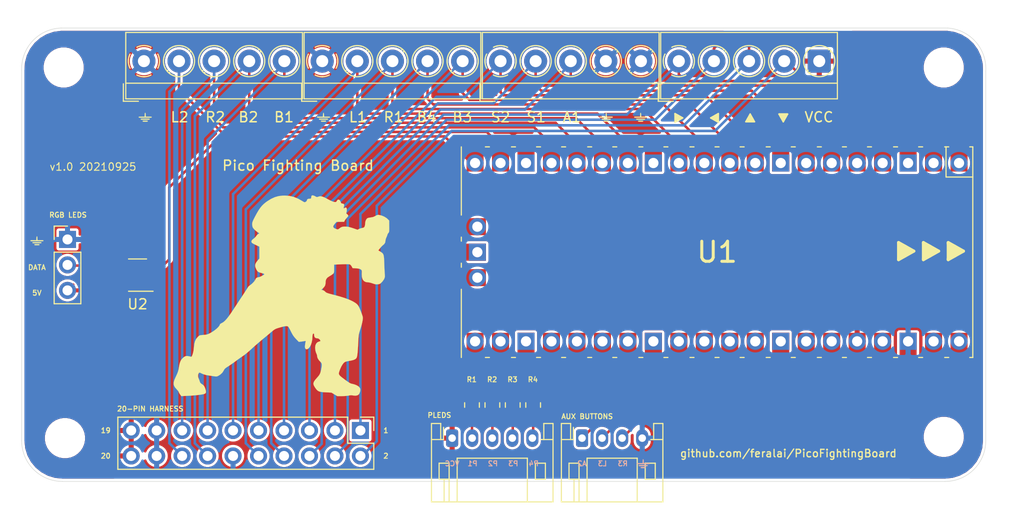
<source format=kicad_pcb>
(kicad_pcb (version 20171130) (host pcbnew "(5.1.10)-1")
  (layers (0 F.Cu signal) (31 B.Cu signal) (34 B.Paste user) (35 F.Paste user) (36 B.SilkS user) (37 F.SilkS user) (38 B.Mask user) (39 F.Mask user) (44 Edge.Cuts user))
  (net 0 "")
  (net 1 "Net-(J3-Pad2)")
  (net 2 "Net-(J3-Pad3)")
  (net 3 "Net-(J3-Pad4)")
  (net 4 "Net-(J3-Pad5)")
  (net 5 "Net-(J4-Pad1)")
  (net 6 "Net-(J4-Pad2)")
  (net 7 "Net-(J4-Pad3)")
  (net 8 "Net-(R1-Pad1)")
  (net 9 "Net-(R2-Pad1)")
  (net 10 "Net-(R3-Pad1)")
  (net 11 "Net-(R4-Pad1)")
  (net 12 "Net-(U1-Pad3)")
  (net 13 "Net-(U1-Pad13)")
  (net 14 "Net-(U1-Pad28)")
  (net 15 "Net-(U1-Pad30)")
  (net 16 "Net-(U1-Pad33)")
  (net 17 "Net-(U1-Pad35)")
  (net 18 "Net-(U1-Pad37)")
  (net 19 "Net-(U1-Pad39)")
  (net 20 "Net-(U1-Pad41)")
  (net 21 "Net-(U1-Pad42)")
  (net 22 "Net-(U1-Pad43)")
  (net 23 "Net-(U1-Pad20)")
  (net 24 "Net-(U1-Pad23)")
  (net 25 "Net-(U1-Pad31)")
  (net 26 "Net-(U1-Pad32)")
  (net 27 "Net-(U1-Pad34)")
  (net 28 "Net-(U1-Pad18)")
  (net 29 "Net-(U1-Pad8)")
  (net 30 /GND)
  (net 31 /3V)
  (net 32 "Net-(20PIN_HARNESS1-Pad1)")
  (net 33 "Net-(20PIN_HARNESS1-Pad2)")
  (net 34 "Net-(20PIN_HARNESS1-Pad3)")
  (net 35 "Net-(20PIN_HARNESS1-Pad4)")
  (net 36 "Net-(20PIN_HARNESS1-Pad5)")
  (net 37 "Net-(20PIN_HARNESS1-Pad6)")
  (net 38 "Net-(20PIN_HARNESS1-Pad7)")
  (net 39 "Net-(20PIN_HARNESS1-Pad8)")
  (net 40 "Net-(20PIN_HARNESS1-Pad9)")
  (net 41 "Net-(20PIN_HARNESS1-Pad10)")
  (net 42 "Net-(20PIN_HARNESS1-Pad11)")
  (net 43 "Net-(20PIN_HARNESS1-Pad13)")
  (net 44 "Net-(20PIN_HARNESS1-Pad14)")
  (net 45 "Net-(20PIN_HARNESS1-Pad15)")
  (net 46 "Net-(20PIN_HARNESS1-Pad16)")
  (net 47 "Net-(RGB_LEDS1-Pad3)")
  (net 48 "Net-(RGB_LEDS1-Pad2)")
  (net 49 "Net-(U2-Pad1)")
  (module FeralAI:GS_Ground_back (layer F.Cu) (at 165.354 122.682)
    (fp_text reference " " (at 0 0) (layer B.SilkS) (effects (font (size 1.524 1.524) (thickness 0.3)) (justify mirror)))
    (fp_text value " " (at 0.75 0) (layer B.SilkS) (effects (font (size 1.524 1.524) (thickness 0.3)) (justify mirror)))
  )
  (module FeralAI:GS_Ground (layer F.Cu) (at 104.902 100.457)
    (fp_text reference " " hide)
    (fp_text value " " hide)
  )
  (module FeralAI:GS_Ground (layer F.Cu) (at 165.1 88.138)
    (fp_text reference " " hide)
    (fp_text value " " hide)
  )
  (module FeralAI:GS_Ground (layer F.Cu) (at 161.671 88.138)
    (fp_text reference " " hide)
    (fp_text value " " hide)
  )
  (module FeralAI:GS_Ground (layer F.Cu) (at 133.477 88.138)
    (fp_text reference " " hide)
    (fp_text value " " hide)
  )
  (module FeralAI:GS_Ground (layer F.Cu) (at 115.697 88.138)
    (fp_text reference " " hide)
    (fp_text value " " hide)
  )
  (module MountingHole:MountingHole_3.5mm (layer F.Cu) (at 195.326 83.185)
    (fp_text reference REF** hide)
    (fp_text value MountingHole_3.5mm)
    (pad 1 np_thru_hole circle (at 0 0) (size 3.5 3.5) (drill 3.5) (layers *.Cu *.Mask))
  )
  (module MountingHole:MountingHole_3.5mm (layer F.Cu) (at 195.326 120.015)
    (fp_text reference REF** hide)
    (fp_text value MountingHole_3.5mm)
    (pad 1 np_thru_hole circle (at 0 0) (size 3.5 3.5) (drill 3.5) (layers *.Cu *.Mask))
  )
  (module MountingHole:MountingHole_3.5mm (layer F.Cu) (at 107.696 120.142)
    (fp_text reference REF** hide)
    (fp_text value MountingHole_3.5mm)
    (pad 1 np_thru_hole circle (at 0 0) (size 3.5 3.5) (drill 3.5) (layers *.Cu *.Mask))
  )
  (module MountingHole:MountingHole_3.5mm (layer F.Cu) (at 107.569 83.185)
    (fp_text reference REF** hide)
    (fp_text value MountingHole_3.5mm)
    (pad 1 np_thru_hole circle (at 0 0) (size 3.5 3.5) (drill 3.5) (layers *.Cu *.Mask))
  )
  (module FeralAI:Ryu_Fireball (layer F.Cu) (at 129.286 105.918)
    (fp_text reference G*** hide)
    (fp_text value LOGO hide)
  )
  (module TerminalBlock_MetzConnect:TerminalBlock_MetzConnect_Type059_RT06305HBWC_1x05_P3.50mm_Horizontal (layer F.Cu) (at 115.57 82.55)
    (fp_text reference J5 hide)
    (fp_text value Screw_Terminal_01x05 hide)
    (pad 1 thru_hole circle (at 0 0) (size 2.3 2.3) (drill 1.2) (layers *.Cu *.Mask) (net 30 /GND))
    (pad 2 thru_hole circle (at 3.5 0) (size 2.3 2.3) (drill 1.2) (layers *.Cu *.Mask) (net 46 "Net-(20PIN_HARNESS1-Pad16)"))
    (pad 3 thru_hole circle (at 7 0) (size 2.3 2.3) (drill 1.2) (layers *.Cu *.Mask) (net 45 "Net-(20PIN_HARNESS1-Pad15)"))
    (pad 4 thru_hole circle (at 10.5 0) (size 2.3 2.3) (drill 1.2) (layers *.Cu *.Mask) (net 44 "Net-(20PIN_HARNESS1-Pad14)"))
    (pad 5 thru_hole circle (at 14 0) (size 2.3 2.3) (drill 1.2) (layers *.Cu *.Mask) (net 43 "Net-(20PIN_HARNESS1-Pad13)"))
  )
  (module Connector_PinHeader_2.54mm:PinHeader_2x10_P2.54mm_Vertical (layer F.Cu) (at 137.16 119.38 270)
    (fp_text reference "20-PIN HARNESS" (at -2.159 20.955 180) (layer F.SilkS) (effects (font (size 0.5 0.5) (thickness 0.1))))
    (fp_text value Conn_02x10_Odd_Even hide)
    (pad 1 thru_hole rect (at 0 0 270) (size 1.7 1.7) (drill 1) (layers *.Cu *.Mask) (net 32 "Net-(20PIN_HARNESS1-Pad1)"))
    (pad 2 thru_hole oval (at 2.54 0 270) (size 1.7 1.7) (drill 1) (layers *.Cu *.Mask) (net 33 "Net-(20PIN_HARNESS1-Pad2)"))
    (pad 3 thru_hole oval (at 0 2.54 270) (size 1.7 1.7) (drill 1) (layers *.Cu *.Mask) (net 34 "Net-(20PIN_HARNESS1-Pad3)"))
    (pad 4 thru_hole oval (at 2.54 2.54 270) (size 1.7 1.7) (drill 1) (layers *.Cu *.Mask) (net 35 "Net-(20PIN_HARNESS1-Pad4)"))
    (pad 5 thru_hole oval (at 0 5.08 270) (size 1.7 1.7) (drill 1) (layers *.Cu *.Mask) (net 36 "Net-(20PIN_HARNESS1-Pad5)"))
    (pad 6 thru_hole oval (at 2.54 5.08 270) (size 1.7 1.7) (drill 1) (layers *.Cu *.Mask) (net 37 "Net-(20PIN_HARNESS1-Pad6)"))
    (pad 7 thru_hole oval (at 0 7.62 270) (size 1.7 1.7) (drill 1) (layers *.Cu *.Mask) (net 38 "Net-(20PIN_HARNESS1-Pad7)"))
    (pad 8 thru_hole oval (at 2.54 7.62 270) (size 1.7 1.7) (drill 1) (layers *.Cu *.Mask) (net 39 "Net-(20PIN_HARNESS1-Pad8)"))
    (pad 9 thru_hole oval (at 0 10.16 270) (size 1.7 1.7) (drill 1) (layers *.Cu *.Mask) (net 40 "Net-(20PIN_HARNESS1-Pad9)"))
    (pad 10 thru_hole oval (at 2.54 10.16 270) (size 1.7 1.7) (drill 1) (layers *.Cu *.Mask) (net 41 "Net-(20PIN_HARNESS1-Pad10)"))
    (pad 11 thru_hole oval (at 0 12.7 270) (size 1.7 1.7) (drill 1) (layers *.Cu *.Mask) (net 42 "Net-(20PIN_HARNESS1-Pad11)"))
    (pad 12 thru_hole oval (at 2.54 12.7 270) (size 1.7 1.7) (drill 1) (layers *.Cu *.Mask) (net 30 /GND))
    (pad 13 thru_hole oval (at 0 15.24 270) (size 1.7 1.7) (drill 1) (layers *.Cu *.Mask) (net 43 "Net-(20PIN_HARNESS1-Pad13)"))
    (pad 14 thru_hole oval (at 2.54 15.24 270) (size 1.7 1.7) (drill 1) (layers *.Cu *.Mask) (net 44 "Net-(20PIN_HARNESS1-Pad14)"))
    (pad 15 thru_hole oval (at 0 17.78 270) (size 1.7 1.7) (drill 1) (layers *.Cu *.Mask) (net 45 "Net-(20PIN_HARNESS1-Pad15)"))
    (pad 16 thru_hole oval (at 2.54 17.78 270) (size 1.7 1.7) (drill 1) (layers *.Cu *.Mask) (net 46 "Net-(20PIN_HARNESS1-Pad16)"))
    (pad 17 thru_hole oval (at 0 20.32 270) (size 1.7 1.7) (drill 1) (layers *.Cu *.Mask) (net 30 /GND))
    (pad 18 thru_hole oval (at 2.54 20.32 270) (size 1.7 1.7) (drill 1) (layers *.Cu *.Mask) (net 30 /GND))
    (pad 19 thru_hole oval (at 0 22.86 270) (size 1.7 1.7) (drill 1) (layers *.Cu *.Mask) (net 31 /3V))
    (pad 20 thru_hole oval (at 2.54 22.86 270) (size 1.7 1.7) (drill 1) (layers *.Cu *.Mask) (net 31 /3V))
  )
  (module Connector_JST:JST_PH_S5B-PH-K_1x05_P2.00mm_Horizontal (layer F.Cu) (at 146.304 120.142)
    (fp_text reference PLEDS (at -1.27 -2.286) (layer F.SilkS) (effects (font (size 0.5 0.5) (thickness 0.1))))
    (fp_text value Conn_01x05_Male)
    (pad 1 thru_hole roundrect (at 0 0) (size 1.2 1.75) (drill 0.75) (layers *.Cu *.Mask) (roundrect_rratio 0.2083325) (net 31 /3V))
    (pad 2 thru_hole oval (at 2 0) (size 1.2 1.75) (drill 0.75) (layers *.Cu *.Mask) (net 1 "Net-(J3-Pad2)"))
    (pad 3 thru_hole oval (at 4 0) (size 1.2 1.75) (drill 0.75) (layers *.Cu *.Mask) (net 2 "Net-(J3-Pad3)"))
    (pad 4 thru_hole oval (at 6 0) (size 1.2 1.75) (drill 0.75) (layers *.Cu *.Mask) (net 3 "Net-(J3-Pad4)"))
    (pad 5 thru_hole oval (at 8 0) (size 1.2 1.75) (drill 0.75) (layers *.Cu *.Mask) (net 4 "Net-(J3-Pad5)"))
  )
  (module Connector_PinHeader_2.54mm:PinHeader_1x03_P2.54mm_Vertical (layer F.Cu) (at 107.95 100.33)
    (fp_text reference "RGB LEDS" (at 0.0508 -2.4384) (layer F.SilkS) (effects (font (size 0.5 0.5) (thickness 0.1))))
    (fp_text value Conn_01x03_Male hide)
    (pad 3 thru_hole oval (at 0 5.08) (size 1.7 1.7) (drill 1) (layers *.Cu *.Mask) (net 47 "Net-(RGB_LEDS1-Pad3)"))
    (pad 2 thru_hole oval (at 0 2.54) (size 1.7 1.7) (drill 1) (layers *.Cu *.Mask) (net 48 "Net-(RGB_LEDS1-Pad2)"))
    (pad 1 thru_hole rect (at 0 0) (size 1.7 1.7) (drill 1) (layers *.Cu *.Mask) (net 30 /GND))
  )
  (module TerminalBlock_MetzConnect:TerminalBlock_MetzConnect_Type059_RT06305HBWC_1x05_P3.50mm_Horizontal (layer F.Cu) (at 133.35 82.55)
    (fp_text reference J6 hide)
    (fp_text value Screw_Terminal_01x05 hide)
    (pad 5 thru_hole circle (at 14 0) (size 2.3 2.3) (drill 1.2) (layers *.Cu *.Mask) (net 39 "Net-(20PIN_HARNESS1-Pad8)"))
    (pad 4 thru_hole circle (at 10.5 0) (size 2.3 2.3) (drill 1.2) (layers *.Cu *.Mask) (net 40 "Net-(20PIN_HARNESS1-Pad9)"))
    (pad 3 thru_hole circle (at 7 0) (size 2.3 2.3) (drill 1.2) (layers *.Cu *.Mask) (net 41 "Net-(20PIN_HARNESS1-Pad10)"))
    (pad 2 thru_hole circle (at 3.5 0) (size 2.3 2.3) (drill 1.2) (layers *.Cu *.Mask) (net 42 "Net-(20PIN_HARNESS1-Pad11)"))
    (pad 1 thru_hole circle (at 0 0) (size 2.3 2.3) (drill 1.2) (layers *.Cu *.Mask) (net 30 /GND))
  )
  (module TerminalBlock_MetzConnect:TerminalBlock_MetzConnect_Type059_RT06305HBWC_1x05_P3.50mm_Horizontal (layer F.Cu) (at 151.13 82.55)
    (fp_text reference J7 hide)
    (fp_text value Screw_Terminal_01x05 hide)
    (pad 1 thru_hole circle (at 0 0) (size 2.3 2.3) (drill 1.2) (layers *.Cu *.Mask) (net 38 "Net-(20PIN_HARNESS1-Pad7)"))
    (pad 2 thru_hole circle (at 3.5 0) (size 2.3 2.3) (drill 1.2) (layers *.Cu *.Mask) (net 36 "Net-(20PIN_HARNESS1-Pad5)"))
    (pad 3 thru_hole circle (at 7 0) (size 2.3 2.3) (drill 1.2) (layers *.Cu *.Mask) (net 37 "Net-(20PIN_HARNESS1-Pad6)"))
    (pad 4 thru_hole circle (at 10.5 0) (size 2.3 2.3) (drill 1.2) (layers *.Cu *.Mask) (net 30 /GND))
    (pad 5 thru_hole circle (at 14 0) (size 2.3 2.3) (drill 1.2) (layers *.Cu *.Mask) (net 30 /GND))
  )
  (module TerminalBlock_MetzConnect:TerminalBlock_MetzConnect_Type059_RT06305HBWC_1x05_P3.50mm_Horizontal (layer F.Cu) (at 168.91 82.55)
    (fp_text reference J8 hide)
    (fp_text value Screw_Terminal_01x05 hide)
    (pad 5 thru_hole rect (at 14 0) (size 2.3 2.3) (drill 1.2) (layers *.Cu *.Mask) (net 31 /3V))
    (pad 4 thru_hole circle (at 10.5 0) (size 2.3 2.3) (drill 1.2) (layers *.Cu *.Mask) (net 33 "Net-(20PIN_HARNESS1-Pad2)"))
    (pad 3 thru_hole circle (at 7 0) (size 2.3 2.3) (drill 1.2) (layers *.Cu *.Mask) (net 32 "Net-(20PIN_HARNESS1-Pad1)"))
    (pad 2 thru_hole circle (at 3.5 0) (size 2.3 2.3) (drill 1.2) (layers *.Cu *.Mask) (net 35 "Net-(20PIN_HARNESS1-Pad4)"))
    (pad 1 thru_hole circle (at 0 0) (size 2.3 2.3) (drill 1.2) (layers *.Cu *.Mask) (net 34 "Net-(20PIN_HARNESS1-Pad3)"))
  )
  (module Resistor_SMD:R_0805_2012Metric (layer F.Cu) (at 148.2852 116.84 270)
    (fp_text reference R1 (at -2.54 0.0264) (layer F.SilkS) (effects (font (size 0.5 0.5) (thickness 0.1))))
    (fp_text value 330 hide)
    (pad 1 smd roundrect (at -0.9125 0 270) (size 1.025 1.4) (layers F.Cu F.Paste F.Mask) (roundrect_rratio 0.2439014634146341) (net 8 "Net-(R1-Pad1)"))
    (pad 2 smd roundrect (at 0.9125 0 270) (size 1.025 1.4) (layers F.Cu F.Paste F.Mask) (roundrect_rratio 0.2439014634146341) (net 1 "Net-(J3-Pad2)"))
  )
  (module Resistor_SMD:R_0805_2012Metric (layer F.Cu) (at 150.3172 116.84 270)
    (fp_text reference R2 (at -2.54 0.0264) (layer F.SilkS) (effects (font (size 0.5 0.5) (thickness 0.1))))
    (fp_text value 330 hide)
    (pad 2 smd roundrect (at 0.9125 0 270) (size 1.025 1.4) (layers F.Cu F.Paste F.Mask) (roundrect_rratio 0.2439014634146341) (net 2 "Net-(J3-Pad3)"))
    (pad 1 smd roundrect (at -0.9125 0 270) (size 1.025 1.4) (layers F.Cu F.Paste F.Mask) (roundrect_rratio 0.2439014634146341) (net 9 "Net-(R2-Pad1)"))
  )
  (module Resistor_SMD:R_0805_2012Metric (layer F.Cu) (at 152.3492 116.84 270)
    (fp_text reference R3 (at -2.54 0.0264) (layer F.SilkS) (effects (font (size 0.5 0.5) (thickness 0.1))))
    (fp_text value 330 hide)
    (pad 1 smd roundrect (at -0.9125 0 270) (size 1.025 1.4) (layers F.Cu F.Paste F.Mask) (roundrect_rratio 0.2439014634146341) (net 10 "Net-(R3-Pad1)"))
    (pad 2 smd roundrect (at 0.9125 0 270) (size 1.025 1.4) (layers F.Cu F.Paste F.Mask) (roundrect_rratio 0.2439014634146341) (net 3 "Net-(J3-Pad4)"))
  )
  (module Resistor_SMD:R_0805_2012Metric (layer F.Cu) (at 154.3812 116.84 270)
    (fp_text reference R4 (at -2.54 0.0264) (layer F.SilkS) (effects (font (size 0.5 0.5) (thickness 0.1))))
    (fp_text value 330 hide)
    (pad 2 smd roundrect (at 0.9125 0 270) (size 1.025 1.4) (layers F.Cu F.Paste F.Mask) (roundrect_rratio 0.2439014634146341) (net 4 "Net-(J3-Pad5)"))
    (pad 1 smd roundrect (at -0.9125 0 270) (size 1.025 1.4) (layers F.Cu F.Paste F.Mask) (roundrect_rratio 0.2439014634146341) (net 11 "Net-(R4-Pad1)"))
  )
  (module Package_TO_SOT_SMD:SOT-23-5 (layer F.Cu) (at 114.935 103.886 180)
    (fp_text reference U2 (at 0 -2.9) (layer F.SilkS))
    (fp_text value SN74LV1T34DBV hide)
    (pad 1 smd rect (at -1.1 -0.95 180) (size 1.06 0.65) (layers F.Cu F.Paste F.Mask) (net 49 "Net-(U2-Pad1)"))
    (pad 2 smd rect (at -1.1 0 180) (size 1.06 0.65) (layers F.Cu F.Paste F.Mask) (net 23 "Net-(U1-Pad20)"))
    (pad 3 smd rect (at -1.1 0.95 180) (size 1.06 0.65) (layers F.Cu F.Paste F.Mask) (net 30 /GND))
    (pad 4 smd rect (at 1.1 0.95 180) (size 1.06 0.65) (layers F.Cu F.Paste F.Mask) (net 48 "Net-(RGB_LEDS1-Pad2)"))
    (pad 5 smd rect (at 1.1 -0.95 180) (size 1.06 0.65) (layers F.Cu F.Paste F.Mask) (net 47 "Net-(RGB_LEDS1-Pad3)"))
  )
  (module MCU_RaspberryPi_and_Boards:RPi_Pico_SMD_TH_Clean (layer F.Cu) (at 172.72 101.6 270)
    (fp_text reference U1 (at 0 0) (layer F.SilkS) (effects (font (size 2 2) (thickness 0.3))))
    (fp_text value Pico hide)
    (pad 43 thru_hole oval (at 2.54 23.9 270) (size 1.7 1.7) (drill 1.02) (layers *.Cu *.Mask) (net 22 "Net-(U1-Pad43)"))
    (pad 43 smd rect (at 2.54 23.9) (size 3.5 1.7) (drill (offset -0.9 0)) (layers F.Cu F.Mask) (net 22 "Net-(U1-Pad43)"))
    (pad 42 thru_hole rect (at 0 23.9 270) (size 1.7 1.7) (drill 1.02) (layers *.Cu *.Mask) (net 21 "Net-(U1-Pad42)"))
    (pad 42 smd rect (at 0 23.9) (size 3.5 1.7) (drill (offset -0.9 0)) (layers F.Cu F.Mask) (net 21 "Net-(U1-Pad42)"))
    (pad 41 thru_hole oval (at -2.54 23.9 270) (size 1.7 1.7) (drill 1.02) (layers *.Cu *.Mask) (net 20 "Net-(U1-Pad41)"))
    (pad 41 smd rect (at -2.54 23.9) (size 3.5 1.7) (drill (offset -0.9 0)) (layers F.Cu F.Mask) (net 20 "Net-(U1-Pad41)"))
    (pad 21 smd rect (at 8.89 24.13 270) (size 3.5 1.7) (drill (offset 0.9 0)) (layers F.Cu F.Mask) (net 8 "Net-(R1-Pad1)"))
    (pad 22 smd rect (at 8.89 21.59 270) (size 3.5 1.7) (drill (offset 0.9 0)) (layers F.Cu F.Mask) (net 9 "Net-(R2-Pad1)"))
    (pad 23 smd rect (at 8.89 19.05 270) (size 3.5 1.7) (drill (offset 0.9 0)) (layers F.Cu F.Mask) (net 24 "Net-(U1-Pad23)"))
    (pad 24 smd rect (at 8.89 16.51 270) (size 3.5 1.7) (drill (offset 0.9 0)) (layers F.Cu F.Mask) (net 10 "Net-(R3-Pad1)"))
    (pad 25 smd rect (at 8.89 13.97 270) (size 3.5 1.7) (drill (offset 0.9 0)) (layers F.Cu F.Mask) (net 11 "Net-(R4-Pad1)"))
    (pad 26 smd rect (at 8.89 11.43 270) (size 3.5 1.7) (drill (offset 0.9 0)) (layers F.Cu F.Mask) (net 5 "Net-(J4-Pad1)"))
    (pad 27 smd rect (at 8.89 8.89 270) (size 3.5 1.7) (drill (offset 0.9 0)) (layers F.Cu F.Mask) (net 6 "Net-(J4-Pad2)"))
    (pad 28 smd rect (at 8.89 6.35 270) (size 3.5 1.7) (drill (offset 0.9 0)) (layers F.Cu F.Mask) (net 14 "Net-(U1-Pad28)"))
    (pad 29 smd rect (at 8.89 3.81 270) (size 3.5 1.7) (drill (offset 0.9 0)) (layers F.Cu F.Mask) (net 7 "Net-(J4-Pad3)"))
    (pad 30 smd rect (at 8.89 1.27 270) (size 3.5 1.7) (drill (offset 0.9 0)) (layers F.Cu F.Mask) (net 15 "Net-(U1-Pad30)"))
    (pad 31 smd rect (at 8.89 -1.27 270) (size 3.5 1.7) (drill (offset 0.9 0)) (layers F.Cu F.Mask) (net 25 "Net-(U1-Pad31)"))
    (pad 32 smd rect (at 8.89 -3.81 270) (size 3.5 1.7) (drill (offset 0.9 0)) (layers F.Cu F.Mask) (net 26 "Net-(U1-Pad32)"))
    (pad 33 smd rect (at 8.89 -6.35 270) (size 3.5 1.7) (drill (offset 0.9 0)) (layers F.Cu F.Mask) (net 16 "Net-(U1-Pad33)"))
    (pad 34 smd rect (at 8.89 -8.89 270) (size 3.5 1.7) (drill (offset 0.9 0)) (layers F.Cu F.Mask) (net 27 "Net-(U1-Pad34)"))
    (pad 35 smd rect (at 8.89 -11.43 270) (size 3.5 1.7) (drill (offset 0.9 0)) (layers F.Cu F.Mask) (net 17 "Net-(U1-Pad35)"))
    (pad 36 smd rect (at 8.89 -13.97 270) (size 3.5 1.7) (drill (offset 0.9 0)) (layers F.Cu F.Mask) (net 31 /3V))
    (pad 37 smd rect (at 8.89 -16.51 270) (size 3.5 1.7) (drill (offset 0.9 0)) (layers F.Cu F.Mask) (net 18 "Net-(U1-Pad37)"))
    (pad 38 smd rect (at 8.89 -19.05 270) (size 3.5 1.7) (drill (offset 0.9 0)) (layers F.Cu F.Mask) (net 30 /GND))
    (pad 39 smd rect (at 8.89 -21.59 270) (size 3.5 1.7) (drill (offset 0.9 0)) (layers F.Cu F.Mask) (net 19 "Net-(U1-Pad39)"))
    (pad 40 smd rect (at 8.89 -24.13 270) (size 3.5 1.7) (drill (offset 0.9 0)) (layers F.Cu F.Mask) (net 47 "Net-(RGB_LEDS1-Pad3)"))
    (pad 20 smd rect (at -8.89 24.13 270) (size 3.5 1.7) (drill (offset -0.9 0)) (layers F.Cu F.Mask) (net 23 "Net-(U1-Pad20)"))
    (pad 19 smd rect (at -8.89 21.59 270) (size 3.5 1.7) (drill (offset -0.9 0)) (layers F.Cu F.Mask) (net 46 "Net-(20PIN_HARNESS1-Pad16)"))
    (pad 18 smd rect (at -8.89 19.05 270) (size 3.5 1.7) (drill (offset -0.9 0)) (layers F.Cu F.Mask) (net 28 "Net-(U1-Pad18)"))
    (pad 17 smd rect (at -8.89 16.51 270) (size 3.5 1.7) (drill (offset -0.9 0)) (layers F.Cu F.Mask) (net 45 "Net-(20PIN_HARNESS1-Pad15)"))
    (pad 16 smd rect (at -8.89 13.97 270) (size 3.5 1.7) (drill (offset -0.9 0)) (layers F.Cu F.Mask) (net 44 "Net-(20PIN_HARNESS1-Pad14)"))
    (pad 15 smd rect (at -8.89 11.43 270) (size 3.5 1.7) (drill (offset -0.9 0)) (layers F.Cu F.Mask) (net 43 "Net-(20PIN_HARNESS1-Pad13)"))
    (pad 14 smd rect (at -8.89 8.89 270) (size 3.5 1.7) (drill (offset -0.9 0)) (layers F.Cu F.Mask) (net 42 "Net-(20PIN_HARNESS1-Pad11)"))
    (pad 13 smd rect (at -8.89 6.35 270) (size 3.5 1.7) (drill (offset -0.9 0)) (layers F.Cu F.Mask) (net 13 "Net-(U1-Pad13)"))
    (pad 12 smd rect (at -8.89 3.81 270) (size 3.5 1.7) (drill (offset -0.9 0)) (layers F.Cu F.Mask) (net 41 "Net-(20PIN_HARNESS1-Pad10)"))
    (pad 11 smd rect (at -8.89 1.27 270) (size 3.5 1.7) (drill (offset -0.9 0)) (layers F.Cu F.Mask) (net 40 "Net-(20PIN_HARNESS1-Pad9)"))
    (pad 10 smd rect (at -8.89 -1.27 270) (size 3.5 1.7) (drill (offset -0.9 0)) (layers F.Cu F.Mask) (net 39 "Net-(20PIN_HARNESS1-Pad8)"))
    (pad 9 smd rect (at -8.89 -3.81 270) (size 3.5 1.7) (drill (offset -0.9 0)) (layers F.Cu F.Mask) (net 38 "Net-(20PIN_HARNESS1-Pad7)"))
    (pad 8 smd rect (at -8.89 -6.35 270) (size 3.5 1.7) (drill (offset -0.9 0)) (layers F.Cu F.Mask) (net 29 "Net-(U1-Pad8)"))
    (pad 7 smd rect (at -8.89 -8.89 270) (size 3.5 1.7) (drill (offset -0.9 0)) (layers F.Cu F.Mask) (net 36 "Net-(20PIN_HARNESS1-Pad5)"))
    (pad 6 smd rect (at -8.89 -11.43 270) (size 3.5 1.7) (drill (offset -0.9 0)) (layers F.Cu F.Mask) (net 37 "Net-(20PIN_HARNESS1-Pad6)"))
    (pad 5 smd rect (at -8.89 -13.97 270) (size 3.5 1.7) (drill (offset -0.9 0)) (layers F.Cu F.Mask) (net 34 "Net-(20PIN_HARNESS1-Pad3)"))
    (pad 4 smd rect (at -8.89 -16.51 270) (size 3.5 1.7) (drill (offset -0.9 0)) (layers F.Cu F.Mask) (net 33 "Net-(20PIN_HARNESS1-Pad2)"))
    (pad 3 smd rect (at -8.89 -19.05 270) (size 3.5 1.7) (drill (offset -0.9 0)) (layers F.Cu F.Mask) (net 12 "Net-(U1-Pad3)"))
    (pad 2 smd rect (at -8.89 -21.59 270) (size 3.5 1.7) (drill (offset -0.9 0)) (layers F.Cu F.Mask) (net 32 "Net-(20PIN_HARNESS1-Pad1)"))
    (pad 1 smd rect (at -8.89 -24.13 270) (size 3.5 1.7) (drill (offset -0.9 0)) (layers F.Cu F.Mask) (net 35 "Net-(20PIN_HARNESS1-Pad4)"))
    (pad 40 thru_hole oval (at 8.89 -24.13 270) (size 1.7 1.7) (drill 1.02) (layers *.Cu *.Mask) (net 47 "Net-(RGB_LEDS1-Pad3)"))
    (pad 39 thru_hole oval (at 8.89 -21.59 270) (size 1.7 1.7) (drill 1.02) (layers *.Cu *.Mask) (net 19 "Net-(U1-Pad39)"))
    (pad 38 thru_hole rect (at 8.89 -19.05 270) (size 1.7 1.7) (drill 1.02) (layers *.Cu *.Mask) (net 30 /GND))
    (pad 37 thru_hole oval (at 8.89 -16.51 270) (size 1.7 1.7) (drill 1.02) (layers *.Cu *.Mask) (net 18 "Net-(U1-Pad37)"))
    (pad 36 thru_hole oval (at 8.89 -13.97 270) (size 1.7 1.7) (drill 1.02) (layers *.Cu *.Mask) (net 31 /3V))
    (pad 35 thru_hole oval (at 8.89 -11.43 270) (size 1.7 1.7) (drill 1.02) (layers *.Cu *.Mask) (net 17 "Net-(U1-Pad35)"))
    (pad 34 thru_hole oval (at 8.89 -8.89 270) (size 1.7 1.7) (drill 1.02) (layers *.Cu *.Mask) (net 27 "Net-(U1-Pad34)"))
    (pad 33 thru_hole rect (at 8.89 -6.35 270) (size 1.7 1.7) (drill 1.02) (layers *.Cu *.Mask) (net 16 "Net-(U1-Pad33)"))
    (pad 32 thru_hole oval (at 8.89 -3.81 270) (size 1.7 1.7) (drill 1.02) (layers *.Cu *.Mask) (net 26 "Net-(U1-Pad32)"))
    (pad 31 thru_hole oval (at 8.89 -1.27 270) (size 1.7 1.7) (drill 1.02) (layers *.Cu *.Mask) (net 25 "Net-(U1-Pad31)"))
    (pad 30 thru_hole oval (at 8.89 1.27 270) (size 1.7 1.7) (drill 1.02) (layers *.Cu *.Mask) (net 15 "Net-(U1-Pad30)"))
    (pad 29 thru_hole oval (at 8.89 3.81 270) (size 1.7 1.7) (drill 1.02) (layers *.Cu *.Mask) (net 7 "Net-(J4-Pad3)"))
    (pad 28 thru_hole rect (at 8.89 6.35 270) (size 1.7 1.7) (drill 1.02) (layers *.Cu *.Mask) (net 14 "Net-(U1-Pad28)"))
    (pad 27 thru_hole oval (at 8.89 8.89 270) (size 1.7 1.7) (drill 1.02) (layers *.Cu *.Mask) (net 6 "Net-(J4-Pad2)"))
    (pad 26 thru_hole oval (at 8.89 11.43 270) (size 1.7 1.7) (drill 1.02) (layers *.Cu *.Mask) (net 5 "Net-(J4-Pad1)"))
    (pad 25 thru_hole oval (at 8.89 13.97 270) (size 1.7 1.7) (drill 1.02) (layers *.Cu *.Mask) (net 11 "Net-(R4-Pad1)"))
    (pad 24 thru_hole oval (at 8.89 16.51 270) (size 1.7 1.7) (drill 1.02) (layers *.Cu *.Mask) (net 10 "Net-(R3-Pad1)"))
    (pad 23 thru_hole rect (at 8.89 19.05 270) (size 1.7 1.7) (drill 1.02) (layers *.Cu *.Mask) (net 24 "Net-(U1-Pad23)"))
    (pad 22 thru_hole oval (at 8.89 21.59 270) (size 1.7 1.7) (drill 1.02) (layers *.Cu *.Mask) (net 9 "Net-(R2-Pad1)"))
    (pad 21 thru_hole oval (at 8.89 24.13 270) (size 1.7 1.7) (drill 1.02) (layers *.Cu *.Mask) (net 8 "Net-(R1-Pad1)"))
    (pad 20 thru_hole oval (at -8.89 24.13 270) (size 1.7 1.7) (drill 1.02) (layers *.Cu *.Mask) (net 23 "Net-(U1-Pad20)"))
    (pad 19 thru_hole oval (at -8.89 21.59 270) (size 1.7 1.7) (drill 1.02) (layers *.Cu *.Mask) (net 46 "Net-(20PIN_HARNESS1-Pad16)"))
    (pad 18 thru_hole rect (at -8.89 19.05 270) (size 1.7 1.7) (drill 1.02) (layers *.Cu *.Mask) (net 28 "Net-(U1-Pad18)"))
    (pad 17 thru_hole oval (at -8.89 16.51 270) (size 1.7 1.7) (drill 1.02) (layers *.Cu *.Mask) (net 45 "Net-(20PIN_HARNESS1-Pad15)"))
    (pad 16 thru_hole oval (at -8.89 13.97 270) (size 1.7 1.7) (drill 1.02) (layers *.Cu *.Mask) (net 44 "Net-(20PIN_HARNESS1-Pad14)"))
    (pad 15 thru_hole oval (at -8.89 11.43 270) (size 1.7 1.7) (drill 1.02) (layers *.Cu *.Mask) (net 43 "Net-(20PIN_HARNESS1-Pad13)"))
    (pad 14 thru_hole oval (at -8.89 8.89 270) (size 1.7 1.7) (drill 1.02) (layers *.Cu *.Mask) (net 42 "Net-(20PIN_HARNESS1-Pad11)"))
    (pad 13 thru_hole rect (at -8.89 6.35 270) (size 1.7 1.7) (drill 1.02) (layers *.Cu *.Mask) (net 13 "Net-(U1-Pad13)"))
    (pad 12 thru_hole oval (at -8.89 3.81 270) (size 1.7 1.7) (drill 1.02) (layers *.Cu *.Mask) (net 41 "Net-(20PIN_HARNESS1-Pad10)"))
    (pad 11 thru_hole oval (at -8.89 1.27 270) (size 1.7 1.7) (drill 1.02) (layers *.Cu *.Mask) (net 40 "Net-(20PIN_HARNESS1-Pad9)"))
    (pad 10 thru_hole oval (at -8.89 -1.27 270) (size 1.7 1.7) (drill 1.02) (layers *.Cu *.Mask) (net 39 "Net-(20PIN_HARNESS1-Pad8)"))
    (pad 9 thru_hole oval (at -8.89 -3.81 270) (size 1.7 1.7) (drill 1.02) (layers *.Cu *.Mask) (net 38 "Net-(20PIN_HARNESS1-Pad7)"))
    (pad 8 thru_hole rect (at -8.89 -6.35 270) (size 1.7 1.7) (drill 1.02) (layers *.Cu *.Mask) (net 29 "Net-(U1-Pad8)"))
    (pad 7 thru_hole oval (at -8.89 -8.89 270) (size 1.7 1.7) (drill 1.02) (layers *.Cu *.Mask) (net 36 "Net-(20PIN_HARNESS1-Pad5)"))
    (pad 6 thru_hole oval (at -8.89 -11.43 270) (size 1.7 1.7) (drill 1.02) (layers *.Cu *.Mask) (net 37 "Net-(20PIN_HARNESS1-Pad6)"))
    (pad 5 thru_hole oval (at -8.89 -13.97 270) (size 1.7 1.7) (drill 1.02) (layers *.Cu *.Mask) (net 34 "Net-(20PIN_HARNESS1-Pad3)"))
    (pad 4 thru_hole oval (at -8.89 -16.51 270) (size 1.7 1.7) (drill 1.02) (layers *.Cu *.Mask) (net 33 "Net-(20PIN_HARNESS1-Pad2)"))
    (pad 3 thru_hole rect (at -8.89 -19.05 270) (size 1.7 1.7) (drill 1.02) (layers *.Cu *.Mask) (net 12 "Net-(U1-Pad3)"))
    (pad 2 thru_hole oval (at -8.89 -21.59 270) (size 1.7 1.7) (drill 1.02) (layers *.Cu *.Mask) (net 32 "Net-(20PIN_HARNESS1-Pad1)"))
    (pad 1 thru_hole oval (at -8.89 -24.13 270) (size 1.7 1.7) (drill 1.02) (layers *.Cu *.Mask) (net 35 "Net-(20PIN_HARNESS1-Pad4)"))
  )
  (module Connector_JST:JST_PH_S4B-PH-K_1x04_P2.00mm_Horizontal (layer F.Cu) (at 159.258 120.142)
    (fp_text reference "AUX BUTTONS" (at 0.508 -2.159) (layer F.SilkS) (effects (font (size 0.5 0.5) (thickness 0.1))))
    (fp_text value Conn_01x04_Male)
    (pad 1 thru_hole roundrect (at 0 0) (size 1.2 1.75) (drill 0.75) (layers *.Cu *.Mask) (roundrect_rratio 0.2083325) (net 5 "Net-(J4-Pad1)"))
    (pad 2 thru_hole oval (at 2 0) (size 1.2 1.75) (drill 0.75) (layers *.Cu *.Mask) (net 6 "Net-(J4-Pad2)"))
    (pad 3 thru_hole oval (at 4 0) (size 1.2 1.75) (drill 0.75) (layers *.Cu *.Mask) (net 7 "Net-(J4-Pad3)"))
    (pad 4 thru_hole oval (at 6 0) (size 1.2 1.75) (drill 0.75) (layers *.Cu *.Mask) (net 30 /GND))
  )
  (gr_text github.com/feralai/PicoFightingBoard (at 179.832 121.666) (layer F.SilkS) (effects (font (size 0.75 0.75) (thickness 0.125))))
  (gr_text "v1.0 20210925" (at 110.49 93.091) (layer F.SilkS) (effects (font (size 0.75 0.75) (thickness 0.1))))
  (gr_text VCC (at 146.304 122.682) (layer B.SilkS) (effects (font (size 0.5 0.5) (thickness 0.1)) (justify mirror)))
  (gr_text P1 (at 148.336 122.682) (layer B.SilkS) (effects (font (size 0.5 0.5) (thickness 0.1)) (justify mirror)))
  (gr_text P2 (at 150.368 122.682) (layer B.SilkS) (effects (font (size 0.5 0.5) (thickness 0.1)) (justify mirror)))
  (gr_text P3 (at 152.4 122.682) (layer B.SilkS) (effects (font (size 0.5 0.5) (thickness 0.1)) (justify mirror)))
  (gr_text P4 (at 154.432 122.682) (layer B.SilkS) (effects (font (size 0.5 0.5) (thickness 0.1)) (justify mirror)))
  (gr_text A2 (at 159.258 122.682) (layer B.SilkS) (effects (font (size 0.5 0.5) (thickness 0.1)) (justify mirror)))
  (gr_text L3 (at 161.29 122.682) (layer B.SilkS) (effects (font (size 0.5 0.5) (thickness 0.1)) (justify mirror)))
  (gr_text R3 (at 163.322 122.682) (layer B.SilkS) (effects (font (size 0.5 0.5) (thickness 0.1)) (justify mirror)))
  (gr_text 5V (at 104.902 105.664) (layer F.SilkS) (effects (font (size 0.5 0.5) (thickness 0.1))))
  (gr_text DATA (at 104.902 103.124) (layer F.SilkS) (effects (font (size 0.5 0.5) (thickness 0.1))))
  (gr_text ▶▶▶ (at 194.056 101.346) (layer F.SilkS) (effects (font (size 2 2) (thickness 0.3))))
  (gr_text 19 (at 111.76 119.38) (layer F.SilkS) (effects (font (size 0.5 0.5) (thickness 0.1))))
  (gr_text 20 (at 111.76 121.92) (layer F.SilkS) (effects (font (size 0.5 0.5) (thickness 0.1))))
  (gr_text 2 (at 139.7 121.92) (layer F.SilkS) (effects (font (size 0.5 0.5) (thickness 0.1))))
  (gr_text 1 (at 139.7 119.38) (layer F.SilkS) (effects (font (size 0.5 0.5) (thickness 0.1))))
  (gr_text VCC (at 182.88 88.138) (layer F.SilkS) (effects (font (size 1 1))))
  (gr_text ▼ (at 179.324 88.138) (layer F.SilkS) (effects (font (size 1 1))))
  (gr_text ▲ (at 176.022 88.138) (layer F.SilkS) (effects (font (size 1 1))))
  (gr_text ◀ (at 172.466 88.138) (layer F.SilkS) (effects (font (size 1 1))))
  (gr_text ▶ (at 168.91 88.138) (layer F.SilkS) (effects (font (size 1 1))))
  (gr_text A1 (at 158.242 88.138) (layer F.SilkS) (effects (font (size 1 1))))
  (gr_text S1 (at 154.686 88.138) (layer F.SilkS) (effects (font (size 1 1))))
  (gr_text S2 (at 151.13 88.138) (layer F.SilkS) (effects (font (size 1 1))))
  (gr_text B3 (at 147.32 88.138) (layer F.SilkS) (effects (font (size 1 1))))
  (gr_text B4 (at 143.764 88.138) (layer F.SilkS) (effects (font (size 1 1))))
  (gr_text R1 (at 140.462 88.138) (layer F.SilkS) (effects (font (size 1 1))))
  (gr_text L1 (at 136.906 88.138) (layer F.SilkS) (effects (font (size 1 1))))
  (gr_text B1 (at 129.54 88.138) (layer F.SilkS) (effects (font (size 1 1))))
  (gr_text B2 (at 125.984 88.138) (layer F.SilkS) (effects (font (size 1 1))))
  (gr_text R2 (at 122.682 88.138) (layer F.SilkS) (effects (font (size 1 1))))
  (gr_text L2 (at 119.126 88.138) (layer F.SilkS) (effects (font (size 1 1))))
  (gr_text "Pico Fighting Board" (at 130.937 92.964) (layer F.SilkS) (effects (font (size 1 1))))
  (gr_line (start 195.453 124.46) (end 107.442 124.46) (angle 90) (layer Edge.Cuts) (width 0.05))
  (gr_line (start 199.517 83.566) (end 199.517 120.396) (angle 90) (layer Edge.Cuts) (width 0.05))
  (gr_line (start 107.315 79.248) (end 195.707 79.248) (angle 90) (layer Edge.Cuts) (width 0.05))
  (gr_line (start 103.378 120.396) (end 103.378 83.439) (angle 90) (layer Edge.Cuts) (width 0.05))
  (gr_arc (start 107.442 120.396) (end 107.442 124.46) (angle 90) (layer Edge.Cuts) (width 0.05))
  (gr_arc (start 195.453 120.396) (end 199.517 120.396) (angle 90) (layer Edge.Cuts) (width 0.05))
  (gr_arc (start 195.453 83.312) (end 195.707 79.248) (angle 90) (layer Edge.Cuts) (width 0.05))
  (gr_arc (start 107.442 83.312) (end 103.378 83.439) (angle 90) (layer Edge.Cuts) (width 0.05))
  (segment (start 113.835 102.936) (end 108.016 102.936) (width 0.25) (layer F.Cu) (net 48))
  (segment (start 108.016 102.936) (end 107.95 102.87) (width 0.25) (layer F.Cu) (net 48))
  (segment (start 108.524 104.836) (end 107.95 105.41) (width 0.25) (layer F.Cu) (net 47))
  (segment (start 113.261 105.41) (end 113.835 104.836) (width 0.4) (layer F.Cu) (net 47))
  (segment (start 107.95 105.41) (end 113.261 105.41) (width 0.4) (layer F.Cu) (net 47))
  (segment (start 110.998 121.666) (end 110.998 107.673) (width 0.4) (layer F.Cu) (net 47))
  (segment (start 113.157 123.825) (end 110.998 121.666) (width 0.4) (layer F.Cu) (net 47))
  (segment (start 191.389 123.825) (end 113.157 123.825) (width 0.4) (layer F.Cu) (net 47))
  (segment (start 192.405 122.809) (end 191.389 123.825) (width 0.4) (layer F.Cu) (net 47))
  (segment (start 192.405 118.11) (end 192.405 122.809) (width 0.4) (layer F.Cu) (net 47))
  (segment (start 196.85 113.665) (end 192.405 118.11) (width 0.4) (layer F.Cu) (net 47))
  (segment (start 110.998 107.673) (end 113.835 104.836) (width 0.4) (layer F.Cu) (net 47))
  (segment (start 196.85 110.49) (end 196.85 113.665) (width 0.4) (layer F.Cu) (net 47))
  (segment (start 175.91 82.55) (end 175.91 81.130802) (width 0.25) (layer F.Cu) (net 32))
  (segment (start 194.31 89.146802) (end 194.31 92.71) (width 0.25) (layer F.Cu) (net 32))
  (segment (start 185.674 80.510802) (end 194.31 89.146802) (width 0.25) (layer F.Cu) (net 32))
  (segment (start 176.53 80.510802) (end 185.674 80.510802) (width 0.25) (layer F.Cu) (net 32))
  (segment (start 175.91 81.130802) (end 176.53 80.510802) (width 0.25) (layer F.Cu) (net 32))
  (segment (start 137.16 97.79) (end 137.16 119.38) (width 0.25) (layer B.Cu) (net 32))
  (segment (start 145.9992 88.9508) (end 137.16 97.79) (width 0.25) (layer B.Cu) (net 32))
  (segment (start 169.418 88.9508) (end 145.9992 88.9508) (width 0.25) (layer B.Cu) (net 32))
  (segment (start 175.8188 82.55) (end 169.418 88.9508) (width 0.25) (layer B.Cu) (net 32))
  (segment (start 175.91 82.55) (end 175.8188 82.55) (width 0.25) (layer B.Cu) (net 32))
  (segment (start 179.41 82.55) (end 179.41 82.6164) (width 0.25) (layer B.Cu) (net 33))
  (segment (start 137.3124 121.92) (end 137.16 121.92) (width 0.25) (layer B.Cu) (net 33))
  (segment (start 138.7856 120.4468) (end 137.3124 121.92) (width 0.25) (layer B.Cu) (net 33))
  (segment (start 138.7856 96.9772) (end 138.7856 120.4468) (width 0.25) (layer B.Cu) (net 33))
  (segment (start 146.2532 89.5096) (end 138.7856 96.9772) (width 0.25) (layer B.Cu) (net 33))
  (segment (start 172.5168 89.5096) (end 146.2532 89.5096) (width 0.25) (layer B.Cu) (net 33))
  (segment (start 179.41 82.6164) (end 172.5168 89.5096) (width 0.25) (layer B.Cu) (net 33))
  (segment (start 187.7568 89.3572) (end 189.23 90.8304) (width 0.25) (layer F.Cu) (net 33))
  (segment (start 189.23 90.8304) (end 189.23 92.71) (width 0.25) (layer F.Cu) (net 33))
  (segment (start 179.6288 82.55) (end 186.436 89.3572) (width 0.25) (layer F.Cu) (net 33))
  (segment (start 186.436 89.3572) (end 187.7568 89.3572) (width 0.25) (layer F.Cu) (net 33))
  (segment (start 179.41 82.55) (end 179.6288 82.55) (width 0.25) (layer F.Cu) (net 33))
  (segment (start 168.91 82.55) (end 168.91 83.877998) (width 0.25) (layer F.Cu) (net 34))
  (segment (start 168.91 83.877998) (end 169.563202 84.5312) (width 0.25) (layer F.Cu) (net 34))
  (segment (start 186.69 90.932) (end 186.69 92.71) (width 0.25) (layer F.Cu) (net 34))
  (segment (start 180.2892 84.5312) (end 186.69 90.932) (width 0.25) (layer F.Cu) (net 34))
  (segment (start 169.563202 84.5312) (end 180.2892 84.5312) (width 0.25) (layer F.Cu) (net 34))
  (segment (start 134.62 98.7044) (end 134.62 119.38) (width 0.25) (layer B.Cu) (net 34))
  (segment (start 145.4404 87.884) (end 134.62 98.7044) (width 0.25) (layer B.Cu) (net 34))
  (segment (start 163.7284 87.884) (end 145.4404 87.884) (width 0.25) (layer B.Cu) (net 34))
  (segment (start 168.91 82.7024) (end 163.7284 87.884) (width 0.25) (layer B.Cu) (net 34))
  (segment (start 168.91 82.55) (end 168.91 82.7024) (width 0.25) (layer B.Cu) (net 34))
  (segment (start 185.928 80.0608) (end 196.85 90.9828) (width 0.25) (layer F.Cu) (net 35))
  (segment (start 196.85 90.9828) (end 196.85 92.71) (width 0.25) (layer F.Cu) (net 35))
  (segment (start 172.41 81.2852) (end 173.6344 80.0608) (width 0.25) (layer F.Cu) (net 35))
  (segment (start 173.6344 80.0608) (end 185.928 80.0608) (width 0.25) (layer F.Cu) (net 35))
  (segment (start 172.41 82.55) (end 172.41 81.2852) (width 0.25) (layer F.Cu) (net 35))
  (segment (start 135.89 120.65) (end 134.62 121.92) (width 0.25) (layer B.Cu) (net 35))
  (segment (start 145.7452 88.392) (end 135.89 98.2472) (width 0.25) (layer B.Cu) (net 35))
  (segment (start 166.5732 88.392) (end 145.7452 88.392) (width 0.25) (layer B.Cu) (net 35))
  (segment (start 172.41 82.5552) (end 166.5732 88.392) (width 0.25) (layer B.Cu) (net 35))
  (segment (start 135.89 98.2472) (end 135.89 120.65) (width 0.25) (layer B.Cu) (net 35))
  (segment (start 172.41 82.55) (end 172.41 82.5552) (width 0.25) (layer B.Cu) (net 35))
  (segment (start 154.63 82.55) (end 154.63 84.939598) (width 0.25) (layer F.Cu) (net 36))
  (segment (start 176.1744 85.4964) (end 181.61 90.932) (width 0.25) (layer F.Cu) (net 36))
  (segment (start 155.186802 85.4964) (end 176.1744 85.4964) (width 0.25) (layer F.Cu) (net 36))
  (segment (start 154.63 84.939598) (end 155.186802 85.4964) (width 0.25) (layer F.Cu) (net 36))
  (segment (start 181.61 90.932) (end 181.61 92.71) (width 0.25) (layer F.Cu) (net 36))
  (segment (start 132.08 99.568) (end 132.08 119.38) (width 0.25) (layer B.Cu) (net 36))
  (segment (start 144.8816 86.7664) (end 132.08 99.568) (width 0.25) (layer B.Cu) (net 36))
  (segment (start 150.4188 86.7664) (end 144.8816 86.7664) (width 0.25) (layer B.Cu) (net 36))
  (segment (start 154.63 82.5552) (end 150.4188 86.7664) (width 0.25) (layer B.Cu) (net 36))
  (segment (start 154.63 82.55) (end 154.63 82.5552) (width 0.25) (layer B.Cu) (net 36))
  (segment (start 158.13 82.55) (end 158.13 84.426398) (width 0.25) (layer F.Cu) (net 37))
  (segment (start 178.2064 84.9884) (end 184.15 90.932) (width 0.25) (layer F.Cu) (net 37))
  (segment (start 158.692002 84.9884) (end 178.2064 84.9884) (width 0.25) (layer F.Cu) (net 37))
  (segment (start 158.13 84.426398) (end 158.692002 84.9884) (width 0.25) (layer F.Cu) (net 37))
  (segment (start 184.15 90.932) (end 184.15 92.71) (width 0.25) (layer F.Cu) (net 37))
  (segment (start 133.2992 99.2378) (end 133.2992 120.7008) (width 0.25) (layer B.Cu) (net 37))
  (segment (start 139.446 93.091) (end 133.2992 99.2378) (width 0.25) (layer B.Cu) (net 37))
  (segment (start 139.446 93.0656) (end 139.446 93.091) (width 0.25) (layer B.Cu) (net 37))
  (segment (start 145.1356 87.376) (end 139.446 93.0656) (width 0.25) (layer B.Cu) (net 37))
  (segment (start 153.5684 87.376) (end 145.1356 87.376) (width 0.25) (layer B.Cu) (net 37))
  (segment (start 158.13 82.8144) (end 153.5684 87.376) (width 0.25) (layer B.Cu) (net 37))
  (segment (start 133.2992 120.7008) (end 132.08 121.92) (width 0.25) (layer B.Cu) (net 37))
  (segment (start 158.13 82.55) (end 158.13 82.8144) (width 0.25) (layer B.Cu) (net 37))
  (segment (start 151.13 82.55) (end 151.13 85.655998) (width 0.25) (layer F.Cu) (net 38))
  (segment (start 171.5516 85.9536) (end 176.53 90.932) (width 0.25) (layer F.Cu) (net 38))
  (segment (start 151.427602 85.9536) (end 171.5516 85.9536) (width 0.25) (layer F.Cu) (net 38))
  (segment (start 151.13 85.655998) (end 151.427602 85.9536) (width 0.25) (layer F.Cu) (net 38))
  (segment (start 176.53 90.932) (end 176.53 92.71) (width 0.25) (layer F.Cu) (net 38))
  (segment (start 129.54 101.2952) (end 129.54 119.38) (width 0.25) (layer B.Cu) (net 38))
  (segment (start 147.574 86.106) (end 144.7292 86.106) (width 0.25) (layer B.Cu) (net 38))
  (segment (start 144.7292 86.106) (end 129.54 101.2952) (width 0.25) (layer B.Cu) (net 38))
  (segment (start 151.13 82.55) (end 147.574 86.106) (width 0.25) (layer B.Cu) (net 38))
  (segment (start 147.35 82.55) (end 147.35 85.736798) (width 0.25) (layer F.Cu) (net 39))
  (segment (start 169.5196 86.4108) (end 173.99 90.8812) (width 0.25) (layer F.Cu) (net 39))
  (segment (start 148.024002 86.4108) (end 169.5196 86.4108) (width 0.25) (layer F.Cu) (net 39))
  (segment (start 147.35 85.736798) (end 148.024002 86.4108) (width 0.25) (layer F.Cu) (net 39))
  (segment (start 173.99 90.8812) (end 173.99 92.71) (width 0.25) (layer F.Cu) (net 39))
  (segment (start 147.35 82.55) (end 147.2692 82.55) (width 0.25) (layer B.Cu) (net 39))
  (segment (start 147.2692 82.55) (end 128.27 101.5492) (width 0.25) (layer B.Cu) (net 39))
  (segment (start 128.27 101.5492) (end 128.27 120.65) (width 0.25) (layer B.Cu) (net 39))
  (segment (start 128.27 120.65) (end 129.54 121.92) (width 0.25) (layer B.Cu) (net 39))
  (segment (start 143.85 82.55) (end 143.85 86.2936) (width 0.25) (layer F.Cu) (net 40))
  (segment (start 167.386 86.868) (end 171.45 90.932) (width 0.25) (layer F.Cu) (net 40))
  (segment (start 144.4244 86.868) (end 167.386 86.868) (width 0.25) (layer F.Cu) (net 40))
  (segment (start 143.85 86.2936) (end 144.4244 86.868) (width 0.25) (layer F.Cu) (net 40))
  (segment (start 171.45 90.932) (end 171.45 92.71) (width 0.25) (layer F.Cu) (net 40))
  (segment (start 127 99.4156) (end 127 119.38) (width 0.25) (layer B.Cu) (net 40))
  (segment (start 143.85 82.5656) (end 127 99.4156) (width 0.25) (layer B.Cu) (net 40))
  (segment (start 143.85 82.55) (end 143.85 82.5656) (width 0.25) (layer B.Cu) (net 40))
  (segment (start 140.35 82.55) (end 140.35 86.915598) (width 0.25) (layer F.Cu) (net 41))
  (segment (start 165.354 87.3252) (end 168.91 90.8812) (width 0.25) (layer F.Cu) (net 41))
  (segment (start 140.759602 87.3252) (end 165.354 87.3252) (width 0.25) (layer F.Cu) (net 41))
  (segment (start 140.35 86.915598) (end 140.759602 87.3252) (width 0.25) (layer F.Cu) (net 41))
  (segment (start 168.91 90.8812) (end 168.91 92.71) (width 0.25) (layer F.Cu) (net 41))
  (segment (start 125.73 120.65) (end 127 121.92) (width 0.25) (layer B.Cu) (net 41))
  (segment (start 125.73 97.3328) (end 125.73 120.65) (width 0.25) (layer B.Cu) (net 41))
  (segment (start 140.35 82.7128) (end 125.73 97.3328) (width 0.25) (layer B.Cu) (net 41))
  (segment (start 140.35 82.55) (end 140.35 82.7128) (width 0.25) (layer B.Cu) (net 41))
  (segment (start 136.85 82.55) (end 136.85 87.022398) (width 0.25) (layer F.Cu) (net 42))
  (segment (start 160.782 87.7824) (end 163.83 90.8304) (width 0.25) (layer F.Cu) (net 42))
  (segment (start 137.610002 87.7824) (end 160.782 87.7824) (width 0.25) (layer F.Cu) (net 42))
  (segment (start 136.85 87.022398) (end 137.610002 87.7824) (width 0.25) (layer F.Cu) (net 42))
  (segment (start 163.83 90.8304) (end 163.83 92.71) (width 0.25) (layer F.Cu) (net 42))
  (segment (start 124.46 95.8088) (end 124.46 119.38) (width 0.25) (layer B.Cu) (net 42))
  (segment (start 136.85 83.4188) (end 124.46 95.8088) (width 0.25) (layer B.Cu) (net 42))
  (segment (start 136.85 82.55) (end 136.85 83.4188) (width 0.25) (layer B.Cu) (net 42))
  (segment (start 129.57 82.55) (end 129.57 87.5584) (width 0.25) (layer F.Cu) (net 43))
  (segment (start 158.6484 88.2396) (end 161.29 90.8812) (width 0.25) (layer F.Cu) (net 43))
  (segment (start 130.2512 88.2396) (end 158.6484 88.2396) (width 0.25) (layer F.Cu) (net 43))
  (segment (start 129.57 87.5584) (end 130.2512 88.2396) (width 0.25) (layer F.Cu) (net 43))
  (segment (start 161.29 90.8812) (end 161.29 92.71) (width 0.25) (layer F.Cu) (net 43))
  (segment (start 129.57 82.55) (end 129.57 82.774) (width 0.25) (layer B.Cu) (net 43))
  (segment (start 129.57 82.774) (end 121.92 90.424) (width 0.25) (layer B.Cu) (net 43))
  (segment (start 121.92 90.424) (end 121.92 119.38) (width 0.25) (layer B.Cu) (net 43))
  (segment (start 126.07 82.55) (end 126.07 88.129598) (width 0.25) (layer F.Cu) (net 44))
  (segment (start 156.6164 88.6968) (end 158.75 90.8304) (width 0.25) (layer F.Cu) (net 44))
  (segment (start 126.637202 88.6968) (end 156.6164 88.6968) (width 0.25) (layer F.Cu) (net 44))
  (segment (start 126.07 88.129598) (end 126.637202 88.6968) (width 0.25) (layer F.Cu) (net 44))
  (segment (start 158.75 90.8304) (end 158.75 92.71) (width 0.25) (layer F.Cu) (net 44))
  (segment (start 126.07 82.55) (end 126.07 82.6164) (width 0.25) (layer B.Cu) (net 44))
  (segment (start 120.65 120.65) (end 121.92 121.92) (width 0.25) (layer B.Cu) (net 44))
  (segment (start 120.65 88.0364) (end 120.65 120.65) (width 0.25) (layer B.Cu) (net 44))
  (segment (start 126.07 82.6164) (end 120.65 88.0364) (width 0.25) (layer B.Cu) (net 44))
  (segment (start 122.57 82.55) (end 122.57 88.253202) (width 0.25) (layer F.Cu) (net 45))
  (segment (start 154.4828 89.154) (end 156.21 90.8812) (width 0.25) (layer F.Cu) (net 45))
  (segment (start 123.470798 89.154) (end 154.4828 89.154) (width 0.25) (layer F.Cu) (net 45))
  (segment (start 122.57 88.253202) (end 123.470798 89.154) (width 0.25) (layer F.Cu) (net 45))
  (segment (start 156.21 90.8812) (end 156.21 92.71) (width 0.25) (layer F.Cu) (net 45))
  (segment (start 119.38 87.376) (end 119.38 119.38) (width 0.25) (layer B.Cu) (net 45))
  (segment (start 122.57 84.186) (end 119.38 87.376) (width 0.25) (layer B.Cu) (net 45))
  (segment (start 122.57 82.55) (end 122.57 84.186) (width 0.25) (layer B.Cu) (net 45))
  (segment (start 119.07 82.55) (end 119.07 85.3896) (width 0.25) (layer F.Cu) (net 46))
  (segment (start 149.7584 89.6112) (end 151.13 90.9828) (width 0.25) (layer F.Cu) (net 46))
  (segment (start 123.2916 89.6112) (end 149.7584 89.6112) (width 0.25) (layer F.Cu) (net 46))
  (segment (start 119.07 85.3896) (end 123.2916 89.6112) (width 0.25) (layer F.Cu) (net 46))
  (segment (start 151.13 90.9828) (end 151.13 92.71) (width 0.25) (layer F.Cu) (net 46))
  (segment (start 118.11 120.65) (end 119.38 121.92) (width 0.25) (layer B.Cu) (net 46))
  (segment (start 118.11 85.598) (end 118.11 120.65) (width 0.25) (layer B.Cu) (net 46))
  (segment (start 119.07 84.638) (end 118.11 85.598) (width 0.25) (layer B.Cu) (net 46))
  (segment (start 119.07 82.55) (end 119.07 84.638) (width 0.25) (layer B.Cu) (net 46))
  (segment (start 148.2852 117.7525) (end 148.2852 120.1232) (width 0.25) (layer F.Cu) (net 1))
  (segment (start 148.2852 120.1232) (end 148.304 120.142) (width 0.25) (layer F.Cu) (net 1))
  (segment (start 150.3172 117.7525) (end 150.3172 120.1288) (width 0.25) (layer F.Cu) (net 2))
  (segment (start 150.3172 120.1288) (end 150.304 120.142) (width 0.25) (layer F.Cu) (net 2))
  (segment (start 152.3492 117.7525) (end 152.3492 120.0968) (width 0.25) (layer F.Cu) (net 3))
  (segment (start 152.3492 120.0968) (end 152.304 120.142) (width 0.25) (layer F.Cu) (net 3))
  (segment (start 154.3812 117.7525) (end 154.3812 120.0648) (width 0.25) (layer F.Cu) (net 4))
  (segment (start 154.3812 120.0648) (end 154.304 120.142) (width 0.25) (layer F.Cu) (net 4))
  (segment (start 161.29 110.49) (end 161.29 118.11) (width 0.25) (layer F.Cu) (net 5))
  (segment (start 161.29 118.11) (end 159.258 120.142) (width 0.25) (layer F.Cu) (net 5))
  (segment (start 163.83 110.49) (end 163.83 117.57) (width 0.25) (layer F.Cu) (net 6))
  (segment (start 163.83 117.57) (end 161.258 120.142) (width 0.25) (layer F.Cu) (net 6))
  (segment (start 168.91 110.49) (end 168.91 114.49) (width 0.25) (layer F.Cu) (net 7))
  (segment (start 168.91 114.49) (end 163.258 120.142) (width 0.25) (layer F.Cu) (net 7))
  (segment (start 148.59 110.49) (end 148.59 115.6227) (width 0.25) (layer F.Cu) (net 8))
  (segment (start 148.59 115.6227) (end 148.2852 115.9275) (width 0.25) (layer F.Cu) (net 8))
  (segment (start 151.13 110.49) (end 151.13 115.1147) (width 0.25) (layer F.Cu) (net 9))
  (segment (start 151.13 115.1147) (end 150.3172 115.9275) (width 0.25) (layer F.Cu) (net 9))
  (segment (start 156.21 110.49) (end 156.21 112.3696) (width 0.5) (layer F.Cu) (net 10))
  (segment (start 152.3492 115.9275) (end 153.7227 114.554) (width 0.25) (layer F.Cu) (net 10))
  (segment (start 153.7227 114.554) (end 155.321 114.554) (width 0.25) (layer F.Cu) (net 10))
  (segment (start 156.21 113.665) (end 156.21 110.49) (width 0.25) (layer F.Cu) (net 10))
  (segment (start 155.321 114.554) (end 156.21 113.665) (width 0.25) (layer F.Cu) (net 10))
  (segment (start 158.75 110.49) (end 158.75 112.4712) (width 0.5) (layer F.Cu) (net 11))
  (segment (start 154.3812 115.9275) (end 156.7415 115.9275) (width 0.25) (layer F.Cu) (net 11))
  (segment (start 156.7415 115.9275) (end 158.623 114.046) (width 0.25) (layer F.Cu) (net 11))
  (segment (start 158.623 110.617) (end 158.75 110.49) (width 0.25) (layer F.Cu) (net 11))
  (segment (start 158.623 114.046) (end 158.623 110.617) (width 0.25) (layer F.Cu) (net 11))
  (segment (start 118.09179 95.14121) (end 118.09179 102.319212) (width 0.25) (layer F.Cu) (net 23))
  (segment (start 116.525002 103.886) (end 116.035 103.886) (width 0.25) (layer F.Cu) (net 23))
  (segment (start 145.65079 90.17) (end 145.542 90.06121) (width 0.25) (layer F.Cu) (net 23))
  (segment (start 118.09179 102.319212) (end 116.525002 103.886) (width 0.25) (layer F.Cu) (net 23))
  (segment (start 123.17179 90.06121) (end 118.09179 95.14121) (width 0.25) (layer F.Cu) (net 23))
  (segment (start 145.669 90.17) (end 145.65079 90.17) (width 0.25) (layer F.Cu) (net 23))
  (segment (start 145.542 90.06121) (end 123.17179 90.06121) (width 0.25) (layer F.Cu) (net 23))
  (segment (start 148.209 92.71) (end 145.669 90.17) (width 0.25) (layer F.Cu) (net 23))
  (segment (start 148.59 92.71) (end 148.209 92.71) (width 0.25) (layer F.Cu) (net 23))
  (segment (start 113.429 100.33) (end 116.035 102.936) (width 0.25) (layer F.Cu) (net 30))
  (segment (start 107.95 100.33) (end 113.429 100.33) (width 0.25) (layer F.Cu) (net 30))
  (segment (start 186.69 110.49) (end 186.69 114.046) (width 0.25) (layer F.Cu) (net 31))
  (zone (net 31) (net_name /3V) (layer F.Cu) (connect_pads (clearance 0.254)) (min_thickness 0.254) (fill yes (arc_segments 32) (thermal_gap 0.508) (thermal_bridge_width 0.508))
    (polygon (pts (xy 202.184 126.746) (xy 101.346 126.238) (xy 101.219 76.708) (xy 203.327 76.454)))
  )
  (zone (net 30) (net_name /GND) (layer B.Cu) (connect_pads (clearance 0.254)) (min_thickness 0.254) (fill yes (arc_segments 32) (thermal_gap 0.508) (thermal_bridge_width 0.508))
    (polygon (pts (xy 202.438 125.857) (xy 101.219 126.111) (xy 101.473 76.835) (xy 203.327 76.581)))
  )
)
</source>
